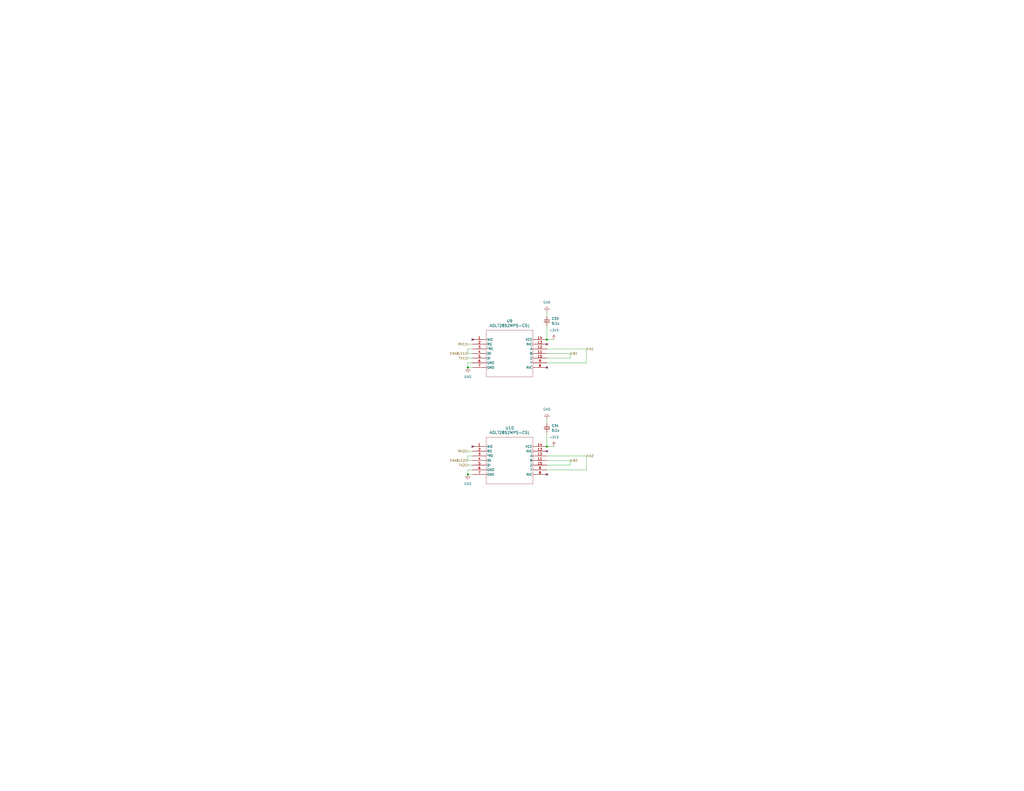
<source format=kicad_sch>
(kicad_sch (version 20231120) (generator "eeschema") (generator_version "8.0")
  (paper "C")
  (title_block (title "HEDGE Comm PCB") (date "2024-10-11") (rev "1.0") (company "Spacecraft Design Lab") (comment 1 "University of Virginia"))
  (lib_symbols
    (symbol "ADLT2852MPS:ADLT2852MPS-CSL" (pin_names (offset 0.254))
      (property "Reference" "U" (at 20.32 10.16 0))
      (property "Value" "ADLT2852MPS-CSL" (at 20.32 7.62 0))
      (symbol "ADLT2852MPS-CSL_0_1"
        (polyline (pts (xy 7.62 -20.32) (xy 33.02 -20.32)) (stroke (width 0.127)))
        (polyline (pts (xy 7.62 5.08) (xy 7.62 -20.32)) (stroke (width 0.127)))
        (polyline (pts (xy 33.02 -20.32) (xy 33.02 5.08)) (stroke (width 0.127)))
        (polyline (pts (xy 33.02 5.08) (xy 7.62 5.08)) (stroke (width 0.127)))
        (pin no_connect line (at 0 0 0) (length 7.62) (name "NIC") (number "1"))
        (pin output line (at 40.64 -10.16 180) (length 7.62) (name "Z") (number "10"))
        (pin input line (at 40.64 -7.62 180) (length 7.62) (name "B") (number "11"))
        (pin input line (at 40.64 -5.08 180) (length 7.62) (name "A") (number "12"))
        (pin no_connect line (at 40.64 -2.54 180) (length 7.62) (name "NIC") (number "13"))
        (pin power_in line (at 40.64 0 180) (length 7.62) (name "VCC") (number "14"))
        (pin output line (at 0 -2.54 0) (length 7.62) (name "RO") (number "2"))
        (pin input line (at 0 -5.08 0) (length 7.62) (name "*RE") (number "3"))
        (pin input line (at 0 -7.62 0) (length 7.62) (name "DE") (number "4"))
        (pin input line (at 0 -10.16 0) (length 7.62) (name "DI") (number "5"))
        (pin power_out line (at 0 -12.7 0) (length 7.62) (name "GND") (number "6"))
        (pin power_out line (at 0 -15.24 0) (length 7.62) (name "GND") (number "7"))
        (pin no_connect line (at 40.64 -15.24 180) (length 7.62) (name "NIC") (number "8"))
        (pin output line (at 40.64 -12.7 180) (length 7.62) (name "Y") (number "9"))
      )
    )
    (symbol "Device:C_Small" (pin_numbers hide) (pin_names (offset 0.254) hide)
      (property "Reference" "C" (at 0.254 1.778 0))
      (property "Value" "C_Small" (at 0.254 -2.032 0))
      (symbol "C_Small_0_1"
        (polyline (pts (xy -1.524 -0.508) (xy 1.524 -0.508)) (stroke (width 0.3302)))
        (polyline (pts (xy -1.524 0.508) (xy 1.524 0.508)) (stroke (width 0.3048)))
      )
      (symbol "C_Small_1_1"
        (pin passive line (at 0 2.54 270) (length 2.032) (name "~") (number "1"))
        (pin passive line (at 0 -2.54 90) (length 2.032) (name "~") (number "2"))
      )
    )
    (symbol "power:+3V3" (power) (pin_numbers hide) (pin_names (offset 0) hide)
      (property "Value" "+3V3" (at 0 3.556 0))
      (symbol "+3V3_0_1"
        (polyline (pts (xy -0.762 1.27) (xy 0 2.54)))
        (polyline (pts (xy 0 0) (xy 0 2.54)))
        (polyline (pts (xy 0 2.54) (xy 0.762 1.27)))
      )
      (symbol "+3V3_1_1"
        (pin power_in line (at 0 0 90) (length 0) (name "~") (number "1"))
      )
    )
    (symbol "power:GND" (power) (pin_numbers hide) (pin_names (offset 0) hide)
      (property "Value" "GND" (at 0 -3.81 0))
      (symbol "GND_0_1"
        (polyline (pts (xy 0 0) (xy 0 -1.27) (xy 1.27 -1.27) (xy 0 -2.54) (xy -1.27 -1.27) (xy 0 -1.27)))
      )
      (symbol "GND_1_1"
        (pin power_in line (at 0 0 270) (length 0) (name "~") (number "1"))
      )
    )
  )
  (junction (at 298.45 243.84))
  (junction (at 255.27 200.66))
  (junction (at 255.27 259.08))
  (junction (at 298.45 185.42))
  (no_connect (at 298.45 200.66))
  (no_connect (at 298.45 187.96))
  (no_connect (at 257.81 185.42))
  (no_connect (at 298.45 259.08))
  (no_connect (at 298.45 246.38))
  (no_connect (at 257.81 243.84))
  (wire (pts (xy 298.45 248.92) (xy 320.04 248.92)))
  (wire (pts (xy 298.45 195.58) (xy 311.15 195.58)))
  (wire (pts (xy 311.15 195.58) (xy 311.15 193.04)))
  (wire (pts (xy 298.45 198.12) (xy 320.04 198.12)))
  (wire (pts (xy 320.04 256.54) (xy 320.04 248.92)))
  (wire (pts (xy 255.27 193.04) (xy 257.81 193.04)))
  (wire (pts (xy 298.45 236.22) (xy 298.45 243.84)))
  (wire (pts (xy 257.81 256.54) (xy 255.27 256.54)))
  (wire (pts (xy 298.45 251.46) (xy 311.15 251.46)))
  (wire (pts (xy 298.45 254) (xy 311.15 254)))
  (wire (pts (xy 320.04 198.12) (xy 320.04 190.5)))
  (wire (pts (xy 257.81 248.92) (xy 255.27 248.92)))
  (wire (pts (xy 311.15 254) (xy 311.15 251.46)))
  (wire (pts (xy 257.81 190.5) (xy 255.27 190.5)))
  (wire (pts (xy 298.45 177.8) (xy 298.45 185.42)))
  (wire (pts (xy 255.27 195.58) (xy 257.81 195.58)))
  (wire (pts (xy 255.27 251.46) (xy 257.81 251.46)))
  (wire (pts (xy 255.27 246.38) (xy 257.81 246.38)))
  (wire (pts (xy 255.27 259.08) (xy 257.81 259.08)))
  (wire (pts (xy 257.81 198.12) (xy 255.27 198.12)))
  (wire (pts (xy 255.27 200.66) (xy 257.81 200.66)))
  (wire (pts (xy 298.45 190.5) (xy 320.04 190.5)))
  (wire (pts (xy 298.45 243.84) (xy 302.26 243.84)))
  (wire (pts (xy 255.27 190.5) (xy 255.27 193.04)))
  (wire (pts (xy 298.45 185.42) (xy 302.26 185.42)))
  (wire (pts (xy 255.27 248.92) (xy 255.27 251.46)))
  (wire (pts (xy 255.27 198.12) (xy 255.27 200.66)))
  (wire (pts (xy 298.45 193.04) (xy 311.15 193.04)))
  (wire (pts (xy 255.27 254) (xy 257.81 254)))
  (wire (pts (xy 298.45 256.54) (xy 320.04 256.54)))
  (wire (pts (xy 255.27 187.96) (xy 257.81 187.96)))
  (wire (pts (xy 298.45 228.6) (xy 298.45 231.14)))
  (wire (pts (xy 298.45 170.18) (xy 298.45 172.72)))
  (wire (pts (xy 255.27 256.54) (xy 255.27 259.08)))
  (hierarchical_label "A2" (shape bidirectional) (at 320.04 248.92 0))
  (hierarchical_label "ENABLE1" (shape input) (at 255.27 193.04 180))
  (hierarchical_label "B2" (shape bidirectional) (at 311.15 251.46 0))
  (hierarchical_label "B1" (shape bidirectional) (at 311.15 193.04 0))
  (hierarchical_label "ENABLE2" (shape input) (at 255.27 251.46 180))
  (hierarchical_label "RX2" (shape input) (at 255.27 246.38 180))
  (hierarchical_label "A1" (shape bidirectional) (at 320.04 190.5 0))
  (hierarchical_label "RX1" (shape input) (at 255.27 187.96 180))
  (hierarchical_label "TX1" (shape input) (at 255.27 195.58 180))
  (hierarchical_label "TX2" (shape input) (at 255.27 254 180))
  (symbol (lib_id "power:GND") (at 298.45 228.6 180) (unit 1)
    (property "Reference" "#PWR065" (effects (hide yes)))
    (property "Value" "GND" (at 298.45 223.52 0))
    (property "Description" "Power symbol creates a global label with name \"GND\" , ground" (effects (hide yes)))
  )
  (symbol (lib_id "power:GND") (at 255.27 259.08 0) (unit 1)
    (property "Reference" "#PWR064" (effects (hide yes)))
    (property "Value" "GND" (at 255.27 264.16 0))
    (property "Description" "Power symbol creates a global label with name \"GND\" , ground" (effects (hide yes)))
  )
  (symbol (lib_id "power:+3V3") (at 302.26 185.42 0) (unit 1)
    (property "Reference" "#PWR062" (effects (hide yes)))
    (property "Value" "+3V3" (at 302.26 180.34 0))
    (property "Description" "Power symbol creates a global label with name \"+3V3\"" (effects (hide yes)))
  )
  (symbol (lib_id "power:+3V3") (at 302.26 243.84 0) (unit 1)
    (property "Reference" "#PWR066" (effects (hide yes)))
    (property "Value" "+3V3" (at 302.26 238.76 0))
    (property "Description" "Power symbol creates a global label with name \"+3V3\"" (effects (hide yes)))
  )
  (symbol (lib_id "Device:C_Small") (at 298.45 175.26 0) (unit 1)
    (property "Reference" "C33" (at 300.99 173.9962 0) (effects (justify left)))
    (property "Value" "0.1u" (at 300.99 176.5362 0) (effects (justify left)))
    (property "Description" "Unpolarized capacitor, small symbol" (effects (hide yes)))
  )
  (symbol (lib_id "ADLT2852MPS:ADLT2852MPS-CSL") (at 257.81 185.42 0) (unit 1)
    (property "Reference" "U9" (at 278.13 175.26 0) (effects (font (size 1.524 1.524))))
    (property "Value" "ADLT2852MPS-CSL" (at 278.13 177.8 0) (effects (font (size 1.524 1.524))))
    (property "Footprint" "SOIC-14-NB_ADI" (effects (hide yes)))
    (property "Datasheet" "ADLT2852MPS-CSL" (effects (hide yes)))
  )
  (symbol (lib_id "ADLT2852MPS:ADLT2852MPS-CSL") (at 257.81 243.84 0) (unit 1)
    (property "Reference" "U10" (at 278.13 233.68 0) (effects (font (size 1.524 1.524))))
    (property "Value" "ADLT2852MPS-CSL" (at 278.13 236.22 0) (effects (font (size 1.524 1.524))))
    (property "Footprint" "SOIC-14-NB_ADI" (effects (hide yes)))
    (property "Datasheet" "ADLT2852MPS-CSL" (effects (hide yes)))
  )
  (symbol (lib_id "Device:C_Small") (at 298.45 233.68 0) (unit 1)
    (property "Reference" "C34" (at 300.99 232.4162 0) (effects (justify left)))
    (property "Value" "0.1u" (at 300.99 234.9562 0) (effects (justify left)))
    (property "Description" "Unpolarized capacitor, small symbol" (effects (hide yes)))
  )
  (symbol (lib_id "power:GND") (at 255.27 200.66 0) (unit 1)
    (property "Reference" "#PWR061" (effects (hide yes)))
    (property "Value" "GND" (at 255.27 205.74 0))
    (property "Description" "Power symbol creates a global label with name \"GND\" , ground" (effects (hide yes)))
  )
  (symbol (lib_id "power:GND") (at 298.45 170.18 180) (unit 1)
    (property "Reference" "#PWR063" (effects (hide yes)))
    (property "Value" "GND" (at 298.45 165.1 0))
    (property "Description" "Power symbol creates a global label with name \"GND\" , ground" (effects (hide yes)))
  )
)
</source>
